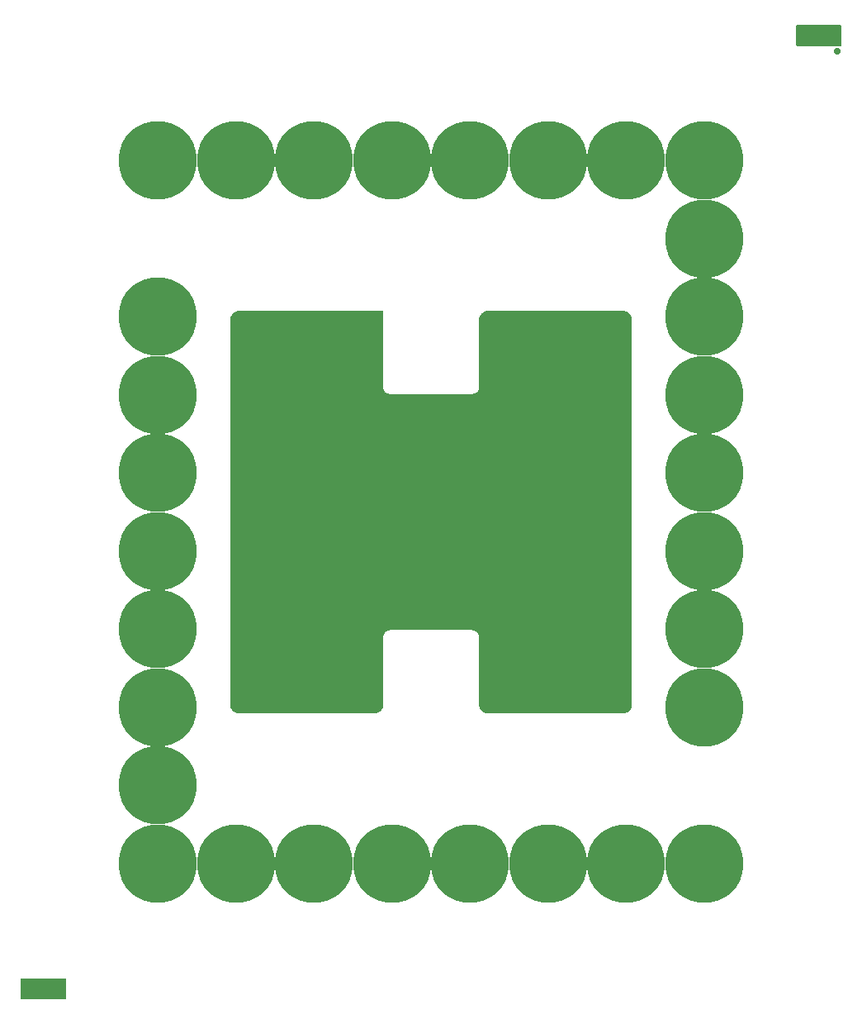
<source format=gbr>
%TF.GenerationSoftware,Altium Limited,Altium Designer,23.9.2 (47)*%
G04 Layer_Color=16711935*
%FSLAX25Y25*%
%MOIN*%
%TF.SameCoordinates,C1B3935E-4126-4279-B8D9-91AEC20F268D*%
%TF.FilePolarity,Negative*%
%TF.FileFunction,Soldermask,Bot*%
%TF.Part,Single*%
G01*
G75*
%TA.AperFunction,ComponentPad*%
%ADD67C,0.31496*%
%TA.AperFunction,ViaPad*%
%ADD68C,0.02756*%
%ADD69C,0.02769*%
G36*
X184697Y216336D02*
X184748Y216326D01*
X184797Y216309D01*
X184843Y216287D01*
X184886Y216258D01*
X184925Y216224D01*
X185318Y215830D01*
X185352Y215791D01*
X185381Y215749D01*
X185404Y215702D01*
X185421Y215653D01*
X185431Y215603D01*
X185434Y215551D01*
Y208071D01*
X185431Y208019D01*
X185421Y207969D01*
X185404Y207920D01*
X185381Y207874D01*
X185352Y207831D01*
X185318Y207792D01*
X185280Y207758D01*
X185237Y207729D01*
X185190Y207706D01*
X185142Y207690D01*
X185091Y207680D01*
X185039Y207676D01*
X183858D01*
X183807Y207680D01*
X183756Y207690D01*
X183707Y207706D01*
X183661Y207729D01*
X183616Y207706D01*
X183567Y207690D01*
X183516Y207680D01*
X183465Y207676D01*
X183071D01*
X183019Y207680D01*
X182969Y207690D01*
X182920Y207706D01*
X182874Y207729D01*
X182828Y207706D01*
X182779Y207690D01*
X182729Y207680D01*
X182677Y207676D01*
X181496D01*
X181445Y207680D01*
X181394Y207690D01*
X181345Y207706D01*
X181299Y207729D01*
X181253Y207706D01*
X181204Y207690D01*
X181154Y207680D01*
X181102Y207676D01*
X180709D01*
X180657Y207680D01*
X180607Y207690D01*
X180558Y207706D01*
X180512Y207729D01*
X180466Y207706D01*
X180417Y207690D01*
X180367Y207680D01*
X180315Y207676D01*
X179134D01*
X179082Y207680D01*
X179032Y207690D01*
X178983Y207706D01*
X178937Y207729D01*
X178891Y207706D01*
X178842Y207690D01*
X178792Y207680D01*
X178740Y207676D01*
X178347D01*
X178295Y207680D01*
X178244Y207690D01*
X178196Y207706D01*
X178150Y207729D01*
X178104Y207706D01*
X178055Y207690D01*
X178004Y207680D01*
X177953Y207676D01*
X176772D01*
X176720Y207680D01*
X176670Y207690D01*
X176621Y207706D01*
X176575Y207729D01*
X176529Y207706D01*
X176480Y207690D01*
X176429Y207680D01*
X176378Y207676D01*
X175984D01*
X175933Y207680D01*
X175882Y207690D01*
X175833Y207706D01*
X175787Y207729D01*
X175742Y207706D01*
X175693Y207690D01*
X175642Y207680D01*
X175591Y207676D01*
X174409D01*
X174358Y207680D01*
X174307Y207690D01*
X174258Y207706D01*
X174213Y207729D01*
X174167Y207706D01*
X174118Y207690D01*
X174067Y207680D01*
X174016Y207676D01*
X173622D01*
X173571Y207680D01*
X173520Y207690D01*
X173471Y207706D01*
X173425Y207729D01*
X173379Y207706D01*
X173330Y207690D01*
X173280Y207680D01*
X173228Y207676D01*
X172047D01*
X171996Y207680D01*
X171945Y207690D01*
X171896Y207706D01*
X171850Y207729D01*
X171804Y207706D01*
X171756Y207690D01*
X171705Y207680D01*
X171654Y207676D01*
X171260D01*
X171208Y207680D01*
X171158Y207690D01*
X171109Y207706D01*
X171063Y207729D01*
X171017Y207706D01*
X170968Y207690D01*
X170918Y207680D01*
X170866Y207676D01*
X169685D01*
X169633Y207680D01*
X169583Y207690D01*
X169534Y207706D01*
X169488Y207729D01*
X169442Y207706D01*
X169394Y207690D01*
X169343Y207680D01*
X169291Y207676D01*
X168898D01*
X168846Y207680D01*
X168796Y207690D01*
X168747Y207706D01*
X168701Y207729D01*
X168655Y207706D01*
X168606Y207690D01*
X168555Y207680D01*
X168504Y207676D01*
X167323D01*
X167271Y207680D01*
X167221Y207690D01*
X167172Y207706D01*
X167126Y207729D01*
X167083Y207758D01*
X167044Y207792D01*
X167010Y207831D01*
X166981Y207874D01*
X166958Y207920D01*
X166942Y207969D01*
X166932Y208019D01*
X166928Y208071D01*
Y215551D01*
X166932Y215603D01*
X166942Y215653D01*
X166958Y215702D01*
X166981Y215749D01*
X167010Y215791D01*
X167044Y215830D01*
X167438Y216224D01*
X167438Y216224D01*
X167476Y216258D01*
X167519Y216287D01*
X167566Y216309D01*
X167614Y216326D01*
X167665Y216336D01*
X167717Y216339D01*
X168110D01*
X168162Y216336D01*
X168212Y216326D01*
X168261Y216309D01*
X168307Y216287D01*
X168350Y216258D01*
X168389Y216224D01*
X168529Y216084D01*
X168533Y216096D01*
X168556Y216142D01*
X168585Y216185D01*
X168619Y216224D01*
X168658Y216258D01*
X168700Y216287D01*
X168747Y216309D01*
X168796Y216326D01*
X168846Y216336D01*
X168898Y216339D01*
X169291D01*
X169343Y216336D01*
X169394Y216326D01*
X169442Y216309D01*
X169489Y216287D01*
X169532Y216258D01*
X169570Y216224D01*
X169604Y216185D01*
X169633Y216142D01*
X169656Y216096D01*
X169660Y216084D01*
X169800Y216224D01*
X169839Y216258D01*
X169881Y216287D01*
X169928Y216309D01*
X169977Y216326D01*
X170027Y216336D01*
X170079Y216339D01*
X170473D01*
X170524Y216336D01*
X170575Y216326D01*
X170623Y216309D01*
X170670Y216287D01*
X170713Y216258D01*
X170751Y216224D01*
X170891Y216084D01*
X170895Y216096D01*
X170918Y216142D01*
X170947Y216185D01*
X170981Y216224D01*
X171020Y216258D01*
X171063Y216287D01*
X171109Y216309D01*
X171158Y216326D01*
X171208Y216336D01*
X171260Y216339D01*
X171654D01*
X171705Y216336D01*
X171756Y216326D01*
X171804Y216309D01*
X171851Y216287D01*
X171894Y216258D01*
X171932Y216224D01*
X171967Y216185D01*
X171995Y216142D01*
X172018Y216096D01*
X172022Y216084D01*
X172162Y216224D01*
X172201Y216258D01*
X172244Y216287D01*
X172290Y216309D01*
X172339Y216326D01*
X172389Y216336D01*
X172441Y216339D01*
X172835D01*
X172886Y216336D01*
X172937Y216326D01*
X172986Y216309D01*
X173032Y216287D01*
X173075Y216258D01*
X173114Y216224D01*
X173254Y216084D01*
X173258Y216096D01*
X173280Y216142D01*
X173309Y216185D01*
X173343Y216224D01*
X173382Y216258D01*
X173425Y216287D01*
X173471Y216309D01*
X173520Y216326D01*
X173571Y216336D01*
X173622Y216339D01*
X174016D01*
X174067Y216336D01*
X174118Y216326D01*
X174167Y216309D01*
X174213Y216287D01*
X174256Y216258D01*
X174295Y216224D01*
X174329Y216185D01*
X174357Y216142D01*
X174380Y216096D01*
X174384Y216084D01*
X174524Y216224D01*
X174563Y216258D01*
X174606Y216287D01*
X174652Y216309D01*
X174701Y216326D01*
X174752Y216336D01*
X174803Y216339D01*
X175197D01*
X175248Y216336D01*
X175299Y216326D01*
X175348Y216309D01*
X175394Y216287D01*
X175437Y216258D01*
X175476Y216224D01*
X175616Y216084D01*
X175620Y216096D01*
X175643Y216142D01*
X175671Y216185D01*
X175705Y216224D01*
X175744Y216258D01*
X175787Y216287D01*
X175833Y216309D01*
X175882Y216326D01*
X175933Y216336D01*
X175984Y216339D01*
X176378D01*
X176429Y216336D01*
X176480Y216326D01*
X176529Y216309D01*
X176575Y216287D01*
X176618Y216258D01*
X176657Y216224D01*
X176691Y216185D01*
X176720Y216142D01*
X176742Y216096D01*
X176746Y216084D01*
X176886Y216224D01*
X176925Y216258D01*
X176968Y216287D01*
X177014Y216309D01*
X177063Y216326D01*
X177114Y216336D01*
X177165Y216339D01*
X177559D01*
X177611Y216336D01*
X177661Y216326D01*
X177710Y216309D01*
X177756Y216287D01*
X177799Y216258D01*
X177838Y216224D01*
X177978Y216084D01*
X177982Y216096D01*
X178005Y216142D01*
X178033Y216185D01*
X178068Y216224D01*
X178106Y216258D01*
X178149Y216287D01*
X178196Y216309D01*
X178244Y216326D01*
X178295Y216336D01*
X178347Y216339D01*
X178740D01*
X178792Y216336D01*
X178842Y216326D01*
X178891Y216309D01*
X178937Y216287D01*
X178980Y216258D01*
X179019Y216224D01*
X179053Y216185D01*
X179082Y216142D01*
X179105Y216096D01*
X179109Y216084D01*
X179249Y216224D01*
X179287Y216258D01*
X179330Y216287D01*
X179377Y216309D01*
X179426Y216326D01*
X179476Y216336D01*
X179528Y216339D01*
X179921D01*
X179973Y216336D01*
X180023Y216326D01*
X180072Y216309D01*
X180119Y216287D01*
X180161Y216258D01*
X180200Y216224D01*
X180340Y216084D01*
X180344Y216096D01*
X180367Y216142D01*
X180396Y216185D01*
X180430Y216224D01*
X180468Y216258D01*
X180511Y216287D01*
X180558Y216309D01*
X180607Y216326D01*
X180657Y216336D01*
X180709Y216339D01*
X181102D01*
X181154Y216336D01*
X181204Y216326D01*
X181253Y216309D01*
X181300Y216287D01*
X181343Y216258D01*
X181381Y216224D01*
X181415Y216185D01*
X181444Y216142D01*
X181467Y216096D01*
X181471Y216084D01*
X181611Y216224D01*
X181650Y216258D01*
X181693Y216287D01*
X181739Y216309D01*
X181788Y216326D01*
X181838Y216336D01*
X181890Y216339D01*
X182283D01*
X182335Y216336D01*
X182386Y216326D01*
X182434Y216309D01*
X182481Y216287D01*
X182524Y216258D01*
X182562Y216224D01*
X182702Y216084D01*
X182706Y216096D01*
X182729Y216142D01*
X182758Y216185D01*
X182792Y216224D01*
X182831Y216258D01*
X182874Y216287D01*
X182920Y216309D01*
X182969Y216326D01*
X183019Y216336D01*
X183071Y216339D01*
X183465D01*
X183516Y216336D01*
X183567Y216326D01*
X183616Y216309D01*
X183662Y216287D01*
X183705Y216258D01*
X183744Y216224D01*
X183778Y216185D01*
X183806Y216142D01*
X183829Y216096D01*
X183833Y216084D01*
X183973Y216224D01*
X184012Y216258D01*
X184055Y216287D01*
X184101Y216309D01*
X184150Y216326D01*
X184201Y216336D01*
X184252Y216339D01*
X184646D01*
X184697Y216336D01*
D02*
G37*
G36*
X97548Y100785D02*
X97951Y100732D01*
X97971Y100728D01*
X98002Y100722D01*
X98394Y100617D01*
X98418Y100608D01*
X98443Y100600D01*
X98819Y100444D01*
X98865Y100422D01*
X99217Y100218D01*
X99246Y100199D01*
X99260Y100190D01*
X99582Y99942D01*
X99621Y99908D01*
X99908Y99621D01*
X99942Y99582D01*
X100190Y99260D01*
X100218Y99217D01*
X100422Y98865D01*
X100444Y98819D01*
X100600Y98443D01*
X100606Y98427D01*
X100617Y98394D01*
X100722Y98002D01*
X100728Y97968D01*
X100732Y97951D01*
X100785Y97548D01*
X100788Y97497D01*
Y97294D01*
Y-57924D01*
Y-58127D01*
D01*
Y-58127D01*
X100785Y-58178D01*
X100732Y-58581D01*
X100728Y-58601D01*
X100722Y-58632D01*
X100617Y-59024D01*
X100608Y-59048D01*
X100600Y-59073D01*
X100444Y-59449D01*
X100422Y-59495D01*
X100218Y-59847D01*
X100199Y-59876D01*
X100190Y-59890D01*
X99942Y-60212D01*
X99908Y-60251D01*
X99621Y-60538D01*
X99582Y-60572D01*
X99260Y-60820D01*
X99217Y-60848D01*
X98865Y-61052D01*
X98819Y-61074D01*
X98443Y-61230D01*
X98427Y-61235D01*
X98394Y-61247D01*
X98002Y-61352D01*
X97968Y-61358D01*
X97951Y-61362D01*
X97548Y-61415D01*
X97497Y-61418D01*
X42267D01*
D01*
X42267D01*
X42215Y-61415D01*
X41813Y-61362D01*
X41792Y-61358D01*
X41762Y-61352D01*
X41369Y-61247D01*
X41345Y-61238D01*
X41320Y-61230D01*
X40945Y-61074D01*
X40899Y-61052D01*
X40547Y-60848D01*
X40518Y-60829D01*
X40504Y-60820D01*
X40181Y-60572D01*
X40143Y-60538D01*
X39855Y-60251D01*
X39821Y-60212D01*
X39574Y-59890D01*
X39545Y-59847D01*
X39342Y-59495D01*
X39319Y-59449D01*
X39164Y-59073D01*
X39158Y-59057D01*
X39147Y-59024D01*
X39042Y-58632D01*
X39034Y-58590D01*
X39032Y-58581D01*
X38979Y-58178D01*
X38976Y-58130D01*
X38976Y-58127D01*
Y-57924D01*
Y-30666D01*
X38970Y-30488D01*
X38923Y-30132D01*
X38831Y-29790D01*
X38696Y-29463D01*
X38519Y-29157D01*
X38304Y-28876D01*
X38053Y-28626D01*
X37773Y-28410D01*
X37466Y-28233D01*
X37139Y-28098D01*
X36798Y-28006D01*
X36441Y-27959D01*
X36264Y-27954D01*
X3107D01*
X2929Y-27959D01*
X2572Y-28006D01*
X2231Y-28098D01*
X1904Y-28233D01*
X1597Y-28410D01*
X1317Y-28626D01*
X1067Y-28876D01*
X851Y-29156D01*
X674Y-29463D01*
X539Y-29790D01*
X447Y-30132D01*
X400Y-30488D01*
X395Y-30666D01*
Y-57924D01*
Y-58127D01*
X391Y-58178D01*
X338Y-58581D01*
X336Y-58591D01*
X328Y-58632D01*
X223Y-59024D01*
X215Y-59048D01*
X206Y-59073D01*
X51Y-59449D01*
X28Y-59495D01*
X-175Y-59847D01*
X-194Y-59876D01*
X-204Y-59890D01*
X-451Y-60212D01*
X-485Y-60251D01*
X-773Y-60538D01*
X-812Y-60572D01*
X-1134Y-60820D01*
X-1177Y-60848D01*
X-1529Y-61052D01*
X-1575Y-61074D01*
X-1950Y-61230D01*
X-1967Y-61235D01*
X-1999Y-61247D01*
X-2392Y-61352D01*
X-2426Y-61358D01*
X-2442Y-61362D01*
X-2845Y-61415D01*
X-2897Y-61418D01*
X-58127D01*
D01*
X-58127D01*
X-58178Y-61415D01*
X-58581Y-61362D01*
X-58601Y-61358D01*
X-58632Y-61352D01*
X-59024Y-61247D01*
X-59048Y-61238D01*
X-59073Y-61230D01*
X-59449Y-61074D01*
X-59495Y-61052D01*
X-59847Y-60848D01*
X-59876Y-60829D01*
X-59890Y-60820D01*
X-60212Y-60572D01*
X-60251Y-60538D01*
X-60538Y-60251D01*
X-60572Y-60212D01*
X-60820Y-59890D01*
X-60848Y-59847D01*
X-61052Y-59495D01*
X-61074Y-59449D01*
X-61230Y-59073D01*
X-61235Y-59057D01*
X-61247Y-59024D01*
X-61352Y-58632D01*
X-61358Y-58598D01*
X-61362Y-58581D01*
X-61415Y-58178D01*
X-61418Y-58127D01*
Y-57924D01*
Y97294D01*
Y97497D01*
D01*
Y97497D01*
X-61415Y97548D01*
X-61362Y97951D01*
X-61358Y97971D01*
X-61352Y98002D01*
X-61247Y98394D01*
X-61238Y98418D01*
X-61230Y98443D01*
X-61074Y98819D01*
X-61052Y98865D01*
X-60848Y99217D01*
X-60829Y99246D01*
X-60820Y99260D01*
X-60572Y99582D01*
X-60538Y99621D01*
X-60251Y99908D01*
X-60212Y99942D01*
X-59890Y100190D01*
X-59847Y100218D01*
X-59495Y100422D01*
X-59449Y100444D01*
X-59073Y100600D01*
X-59057Y100606D01*
X-59024Y100617D01*
X-58632Y100722D01*
X-58598Y100728D01*
X-58581Y100732D01*
X-58178Y100785D01*
X-58127Y100788D01*
X0D01*
X52Y100785D01*
X102Y100775D01*
X151Y100758D01*
X197Y100735D01*
X240Y100707D01*
X279Y100673D01*
X313Y100634D01*
X342Y100591D01*
X365Y100545D01*
X381Y100496D01*
X391Y100445D01*
X395Y100394D01*
Y70036D01*
X400Y69859D01*
X447Y69502D01*
X539Y69160D01*
X674Y68833D01*
X851Y68527D01*
X1067Y68246D01*
X1317Y67996D01*
X1597Y67780D01*
X1904Y67603D01*
X2231Y67468D01*
X2572Y67377D01*
X2929Y67330D01*
X3107Y67324D01*
X36264D01*
X36441Y67330D01*
X36798Y67377D01*
X37139Y67468D01*
X37466Y67603D01*
X37773Y67780D01*
X38053Y67996D01*
X38304Y68246D01*
X38519Y68527D01*
X38696Y68833D01*
X38831Y69160D01*
X38923Y69502D01*
X38970Y69859D01*
X38976Y70036D01*
Y97294D01*
Y97497D01*
X38979Y97548D01*
X39032Y97951D01*
X39034Y97961D01*
X39042Y98002D01*
X39147Y98394D01*
X39155Y98418D01*
X39164Y98443D01*
X39319Y98819D01*
X39342Y98865D01*
X39545Y99217D01*
X39564Y99246D01*
X39574Y99260D01*
X39821Y99582D01*
X39855Y99621D01*
X40143Y99908D01*
X40181Y99942D01*
X40504Y100190D01*
X40547Y100218D01*
X40899Y100422D01*
X40945Y100444D01*
X41320Y100600D01*
X41337Y100606D01*
X41369Y100617D01*
X41762Y100722D01*
X41796Y100728D01*
X41813Y100732D01*
X42215Y100785D01*
X42267Y100788D01*
X97497D01*
D01*
X97497D01*
X97548Y100785D01*
D02*
G37*
G36*
X-127901Y-168310D02*
X-127851Y-168320D01*
X-127802Y-168336D01*
X-127755Y-168359D01*
X-127713Y-168388D01*
X-127674Y-168422D01*
X-127640Y-168461D01*
X-127611Y-168503D01*
X-127588Y-168550D01*
X-127572Y-168599D01*
X-127562Y-168649D01*
X-127558Y-168701D01*
Y-176181D01*
X-127562Y-176233D01*
X-127572Y-176283D01*
X-127588Y-176332D01*
X-127611Y-176378D01*
X-127640Y-176421D01*
X-127674Y-176460D01*
X-128067Y-176854D01*
X-128068Y-176854D01*
X-128106Y-176888D01*
X-128149Y-176917D01*
X-128196Y-176939D01*
X-128244Y-176956D01*
X-128295Y-176966D01*
X-128347Y-176969D01*
X-128740D01*
X-128792Y-176966D01*
X-128842Y-176956D01*
X-128891Y-176939D01*
X-128937Y-176917D01*
X-128980Y-176888D01*
X-129019Y-176854D01*
X-129159Y-176714D01*
X-129163Y-176726D01*
X-129186Y-176772D01*
X-129215Y-176815D01*
X-129249Y-176854D01*
X-129287Y-176888D01*
X-129330Y-176917D01*
X-129377Y-176939D01*
X-129426Y-176956D01*
X-129476Y-176966D01*
X-129528Y-176969D01*
X-129921D01*
X-129973Y-176966D01*
X-130023Y-176956D01*
X-130072Y-176939D01*
X-130119Y-176917D01*
X-130161Y-176888D01*
X-130200Y-176854D01*
X-130234Y-176815D01*
X-130263Y-176772D01*
X-130286Y-176726D01*
X-130290Y-176714D01*
X-130430Y-176854D01*
X-130468Y-176888D01*
X-130511Y-176917D01*
X-130558Y-176939D01*
X-130607Y-176956D01*
X-130657Y-176966D01*
X-130709Y-176969D01*
X-131102D01*
X-131154Y-176966D01*
X-131204Y-176956D01*
X-131253Y-176939D01*
X-131300Y-176917D01*
X-131343Y-176888D01*
X-131381Y-176854D01*
X-131521Y-176714D01*
X-131525Y-176726D01*
X-131548Y-176772D01*
X-131577Y-176815D01*
X-131611Y-176854D01*
X-131650Y-176888D01*
X-131693Y-176917D01*
X-131739Y-176939D01*
X-131788Y-176956D01*
X-131838Y-176966D01*
X-131890Y-176969D01*
X-132283D01*
X-132335Y-176966D01*
X-132386Y-176956D01*
X-132434Y-176939D01*
X-132481Y-176917D01*
X-132524Y-176888D01*
X-132562Y-176854D01*
X-132597Y-176815D01*
X-132625Y-176772D01*
X-132648Y-176726D01*
X-132652Y-176714D01*
X-132792Y-176854D01*
X-132831Y-176888D01*
X-132874Y-176917D01*
X-132920Y-176939D01*
X-132969Y-176956D01*
X-133019Y-176966D01*
X-133071Y-176969D01*
X-133465D01*
X-133516Y-176966D01*
X-133567Y-176956D01*
X-133616Y-176939D01*
X-133662Y-176917D01*
X-133705Y-176888D01*
X-133744Y-176854D01*
X-133883Y-176714D01*
X-133888Y-176726D01*
X-133910Y-176772D01*
X-133939Y-176815D01*
X-133973Y-176854D01*
X-134012Y-176888D01*
X-134055Y-176917D01*
X-134101Y-176939D01*
X-134150Y-176956D01*
X-134201Y-176966D01*
X-134252Y-176969D01*
X-134646D01*
X-134697Y-176966D01*
X-134748Y-176956D01*
X-134797Y-176939D01*
X-134843Y-176917D01*
X-134886Y-176888D01*
X-134925Y-176854D01*
X-134959Y-176815D01*
X-134987Y-176772D01*
X-135010Y-176726D01*
X-135014Y-176714D01*
X-135154Y-176854D01*
X-135193Y-176888D01*
X-135236Y-176917D01*
X-135282Y-176939D01*
X-135331Y-176956D01*
X-135382Y-176966D01*
X-135433Y-176969D01*
X-135827D01*
X-135878Y-176966D01*
X-135929Y-176956D01*
X-135978Y-176939D01*
X-136024Y-176917D01*
X-136067Y-176888D01*
X-136106Y-176854D01*
X-136246Y-176714D01*
X-136250Y-176726D01*
X-136273Y-176772D01*
X-136301Y-176815D01*
X-136335Y-176854D01*
X-136374Y-176888D01*
X-136417Y-176917D01*
X-136463Y-176939D01*
X-136512Y-176956D01*
X-136563Y-176966D01*
X-136614Y-176969D01*
X-137008D01*
X-137059Y-176966D01*
X-137110Y-176956D01*
X-137159Y-176939D01*
X-137205Y-176917D01*
X-137248Y-176888D01*
X-137287Y-176854D01*
X-137321Y-176815D01*
X-137350Y-176772D01*
X-137372Y-176726D01*
X-137376Y-176714D01*
X-137516Y-176854D01*
X-137555Y-176888D01*
X-137598Y-176917D01*
X-137644Y-176939D01*
X-137693Y-176956D01*
X-137744Y-176966D01*
X-137795Y-176969D01*
X-138189D01*
X-138241Y-176966D01*
X-138291Y-176956D01*
X-138340Y-176939D01*
X-138386Y-176917D01*
X-138429Y-176888D01*
X-138468Y-176854D01*
X-138608Y-176714D01*
X-138612Y-176726D01*
X-138635Y-176772D01*
X-138663Y-176815D01*
X-138697Y-176854D01*
X-138736Y-176888D01*
X-138779Y-176917D01*
X-138825Y-176939D01*
X-138874Y-176956D01*
X-138925Y-176966D01*
X-138976Y-176969D01*
X-139370D01*
X-139422Y-176966D01*
X-139472Y-176956D01*
X-139521Y-176939D01*
X-139567Y-176917D01*
X-139610Y-176888D01*
X-139649Y-176854D01*
X-139683Y-176815D01*
X-139712Y-176772D01*
X-139735Y-176726D01*
X-139739Y-176714D01*
X-139878Y-176854D01*
X-139917Y-176888D01*
X-139960Y-176917D01*
X-140006Y-176939D01*
X-140055Y-176956D01*
X-140106Y-176966D01*
X-140157Y-176969D01*
X-140551D01*
X-140603Y-176966D01*
X-140653Y-176956D01*
X-140702Y-176939D01*
X-140749Y-176917D01*
X-140791Y-176888D01*
X-140830Y-176854D01*
X-140970Y-176714D01*
X-140974Y-176726D01*
X-140997Y-176772D01*
X-141026Y-176815D01*
X-141060Y-176854D01*
X-141098Y-176888D01*
X-141141Y-176917D01*
X-141188Y-176939D01*
X-141236Y-176956D01*
X-141287Y-176966D01*
X-141339Y-176969D01*
X-141732D01*
X-141784Y-176966D01*
X-141834Y-176956D01*
X-141883Y-176939D01*
X-141930Y-176917D01*
X-141972Y-176888D01*
X-142011Y-176854D01*
X-142045Y-176815D01*
X-142074Y-176772D01*
X-142097Y-176726D01*
X-142101Y-176714D01*
X-142241Y-176854D01*
X-142280Y-176888D01*
X-142322Y-176917D01*
X-142369Y-176939D01*
X-142418Y-176956D01*
X-142468Y-176966D01*
X-142520Y-176969D01*
X-142913D01*
X-142965Y-176966D01*
X-143016Y-176956D01*
X-143064Y-176939D01*
X-143111Y-176917D01*
X-143154Y-176888D01*
X-143192Y-176854D01*
X-143332Y-176714D01*
X-143336Y-176726D01*
X-143359Y-176772D01*
X-143388Y-176815D01*
X-143422Y-176854D01*
X-143461Y-176888D01*
X-143503Y-176917D01*
X-143550Y-176939D01*
X-143599Y-176956D01*
X-143649Y-176966D01*
X-143701Y-176969D01*
X-144095D01*
X-144146Y-176966D01*
X-144197Y-176956D01*
X-144246Y-176939D01*
X-144292Y-176917D01*
X-144335Y-176888D01*
X-144374Y-176854D01*
X-144407Y-176815D01*
X-144436Y-176772D01*
X-144459Y-176726D01*
X-144463Y-176714D01*
X-144603Y-176854D01*
X-144642Y-176888D01*
X-144685Y-176917D01*
X-144731Y-176939D01*
X-144780Y-176956D01*
X-144830Y-176966D01*
X-144882Y-176969D01*
X-145276D01*
X-145327Y-176966D01*
X-145378Y-176956D01*
X-145427Y-176939D01*
X-145473Y-176917D01*
X-145516Y-176888D01*
X-145555Y-176854D01*
X-145948Y-176460D01*
X-145982Y-176421D01*
X-146011Y-176378D01*
X-146034Y-176332D01*
X-146050Y-176283D01*
X-146061Y-176233D01*
X-146064Y-176181D01*
Y-168701D01*
X-146061Y-168649D01*
X-146050Y-168599D01*
X-146034Y-168550D01*
X-146011Y-168503D01*
X-145982Y-168461D01*
X-145948Y-168422D01*
X-145910Y-168388D01*
X-145867Y-168359D01*
X-145820Y-168336D01*
X-145771Y-168320D01*
X-145721Y-168310D01*
X-145669Y-168306D01*
X-144488D01*
X-144437Y-168310D01*
X-144386Y-168320D01*
X-144337Y-168336D01*
X-144291Y-168359D01*
X-144246Y-168336D01*
X-144197Y-168320D01*
X-144146Y-168310D01*
X-144095Y-168306D01*
X-143701D01*
X-143649Y-168310D01*
X-143599Y-168320D01*
X-143550Y-168336D01*
X-143504Y-168359D01*
X-143458Y-168336D01*
X-143409Y-168320D01*
X-143359Y-168310D01*
X-143307Y-168306D01*
X-142126D01*
X-142075Y-168310D01*
X-142024Y-168320D01*
X-141975Y-168336D01*
X-141929Y-168359D01*
X-141883Y-168336D01*
X-141834Y-168320D01*
X-141784Y-168310D01*
X-141732Y-168306D01*
X-141339D01*
X-141287Y-168310D01*
X-141236Y-168320D01*
X-141188Y-168336D01*
X-141142Y-168359D01*
X-141096Y-168336D01*
X-141047Y-168320D01*
X-140996Y-168310D01*
X-140945Y-168306D01*
X-139764D01*
X-139712Y-168310D01*
X-139662Y-168320D01*
X-139613Y-168336D01*
X-139567Y-168359D01*
X-139521Y-168336D01*
X-139472Y-168320D01*
X-139422Y-168310D01*
X-139370Y-168306D01*
X-138976D01*
X-138925Y-168310D01*
X-138874Y-168320D01*
X-138825Y-168336D01*
X-138779Y-168359D01*
X-138734Y-168336D01*
X-138685Y-168320D01*
X-138634Y-168310D01*
X-138583Y-168306D01*
X-137402D01*
X-137350Y-168310D01*
X-137300Y-168320D01*
X-137251Y-168336D01*
X-137205Y-168359D01*
X-137159Y-168336D01*
X-137110Y-168320D01*
X-137059Y-168310D01*
X-137008Y-168306D01*
X-136614D01*
X-136563Y-168310D01*
X-136512Y-168320D01*
X-136463Y-168336D01*
X-136417Y-168359D01*
X-136372Y-168336D01*
X-136323Y-168320D01*
X-136272Y-168310D01*
X-136221Y-168306D01*
X-135039D01*
X-134988Y-168310D01*
X-134937Y-168320D01*
X-134888Y-168336D01*
X-134843Y-168359D01*
X-134797Y-168336D01*
X-134748Y-168320D01*
X-134697Y-168310D01*
X-134646Y-168306D01*
X-134252D01*
X-134201Y-168310D01*
X-134150Y-168320D01*
X-134101Y-168336D01*
X-134055Y-168359D01*
X-134009Y-168336D01*
X-133960Y-168320D01*
X-133910Y-168310D01*
X-133858Y-168306D01*
X-132677D01*
X-132626Y-168310D01*
X-132575Y-168320D01*
X-132526Y-168336D01*
X-132480Y-168359D01*
X-132434Y-168336D01*
X-132386Y-168320D01*
X-132335Y-168310D01*
X-132283Y-168306D01*
X-131890D01*
X-131838Y-168310D01*
X-131788Y-168320D01*
X-131739Y-168336D01*
X-131693Y-168359D01*
X-131647Y-168336D01*
X-131598Y-168320D01*
X-131548Y-168310D01*
X-131496Y-168306D01*
X-130315D01*
X-130263Y-168310D01*
X-130213Y-168320D01*
X-130164Y-168336D01*
X-130118Y-168359D01*
X-130072Y-168336D01*
X-130023Y-168320D01*
X-129973Y-168310D01*
X-129921Y-168306D01*
X-129528D01*
X-129476Y-168310D01*
X-129426Y-168320D01*
X-129377Y-168336D01*
X-129331Y-168359D01*
X-129285Y-168336D01*
X-129236Y-168320D01*
X-129185Y-168310D01*
X-129134Y-168306D01*
X-127953D01*
X-127901Y-168310D01*
D02*
G37*
D67*
X-90551Y98425D02*
D03*
X129921Y-59055D02*
D03*
Y-122047D02*
D03*
X35433D02*
D03*
X3937D02*
D03*
X-59055D02*
D03*
X-27559D02*
D03*
X98425D02*
D03*
X66929D02*
D03*
X129921Y161417D02*
D03*
X35433D02*
D03*
X3937D02*
D03*
X-59055D02*
D03*
X-27559D02*
D03*
X98425D02*
D03*
X66929D02*
D03*
X-90551D02*
D03*
X129921Y129921D02*
D03*
Y35433D02*
D03*
Y3937D02*
D03*
Y-27559D02*
D03*
Y98425D02*
D03*
Y66929D02*
D03*
X-90551Y-122047D02*
D03*
Y-90551D02*
D03*
Y-59055D02*
D03*
Y-27559D02*
D03*
Y3937D02*
D03*
Y35433D02*
D03*
Y66929D02*
D03*
D68*
X183762Y205395D02*
D03*
D69*
X-52756Y-52756D02*
D03*
Y-49606D02*
D03*
X-50394Y-51181D02*
D03*
X-52756Y-46457D02*
D03*
X-50394Y-48031D02*
D03*
Y-44882D02*
D03*
X-52756Y-43307D02*
D03*
Y-40157D02*
D03*
X-50394Y-41732D02*
D03*
X-52756Y-37008D02*
D03*
X-50394Y-38583D02*
D03*
Y-35433D02*
D03*
X-52756Y-33858D02*
D03*
Y-30709D02*
D03*
X-50394Y-32283D02*
D03*
X-52756Y-27559D02*
D03*
X-50394Y-29134D02*
D03*
Y-25984D02*
D03*
X-52756Y-24409D02*
D03*
Y-21260D02*
D03*
X-50394Y-22835D02*
D03*
X-52756Y-18110D02*
D03*
X-50394Y-19685D02*
D03*
Y-16535D02*
D03*
X-52756Y-14961D02*
D03*
Y-11811D02*
D03*
X-50394Y-13386D02*
D03*
X-52756Y-8661D02*
D03*
X-50394Y-10236D02*
D03*
Y-7087D02*
D03*
X-52756Y-5512D02*
D03*
Y-2362D02*
D03*
X-50394Y-3937D02*
D03*
X-52756Y787D02*
D03*
X-50394Y-787D02*
D03*
Y2362D02*
D03*
X-52756Y3937D02*
D03*
Y7087D02*
D03*
X-50394Y5512D02*
D03*
X-52756Y10236D02*
D03*
X-50394Y8661D02*
D03*
Y11811D02*
D03*
X-52756Y13386D02*
D03*
Y16535D02*
D03*
X-50394Y14961D02*
D03*
X-52756Y19685D02*
D03*
X-50394Y18110D02*
D03*
Y21260D02*
D03*
X-52756Y22835D02*
D03*
Y25984D02*
D03*
X-50394Y24409D02*
D03*
X-52756Y29134D02*
D03*
X-50394Y27559D02*
D03*
Y30709D02*
D03*
X-52756Y32283D02*
D03*
Y35433D02*
D03*
X-50394Y33858D02*
D03*
X-52756Y38583D02*
D03*
X-50394Y37008D02*
D03*
Y40157D02*
D03*
X-52756Y41732D02*
D03*
Y44882D02*
D03*
X-50394Y43307D02*
D03*
X-52756Y48031D02*
D03*
X-50394Y46457D02*
D03*
Y49606D02*
D03*
X-52756Y51181D02*
D03*
Y54331D02*
D03*
X-50394Y52756D02*
D03*
X-52756Y57480D02*
D03*
X-50394Y55905D02*
D03*
Y59055D02*
D03*
X-52756Y60630D02*
D03*
Y63779D02*
D03*
X-50394Y62205D02*
D03*
X-52756Y66929D02*
D03*
X-50394Y65354D02*
D03*
Y68504D02*
D03*
X-52756Y70079D02*
D03*
Y73228D02*
D03*
X-50394Y71653D02*
D03*
X-52756Y76378D02*
D03*
X-50394Y74803D02*
D03*
Y77953D02*
D03*
X-52756Y79527D02*
D03*
Y82677D02*
D03*
X-50394Y81102D02*
D03*
X-52756Y85827D02*
D03*
X-50394Y84252D02*
D03*
Y87402D02*
D03*
X-52756Y88976D02*
D03*
Y92126D02*
D03*
X-50394Y90551D02*
D03*
X-48031Y-52756D02*
D03*
Y-49606D02*
D03*
X-45669Y-51181D02*
D03*
X-48031Y-46457D02*
D03*
X-45669Y-48031D02*
D03*
Y-44882D02*
D03*
X-48031Y-43307D02*
D03*
Y-40157D02*
D03*
X-45669Y-41732D02*
D03*
X-48031Y-37008D02*
D03*
X-45669Y-38583D02*
D03*
Y-35433D02*
D03*
X-48031Y-33858D02*
D03*
Y-30709D02*
D03*
X-45669Y-32283D02*
D03*
X-48031Y-27559D02*
D03*
X-45669Y-29134D02*
D03*
Y-25984D02*
D03*
X-48031Y-24409D02*
D03*
Y-21260D02*
D03*
X-45669Y-22835D02*
D03*
X-48031Y-18110D02*
D03*
X-45669Y-19685D02*
D03*
Y-16535D02*
D03*
X-48031Y-14961D02*
D03*
Y-11811D02*
D03*
X-45669Y-13386D02*
D03*
X-48031Y-8661D02*
D03*
X-45669Y-10236D02*
D03*
Y-7087D02*
D03*
X-48031Y-5512D02*
D03*
Y-2362D02*
D03*
X-45669Y-3937D02*
D03*
X-48031Y787D02*
D03*
X-45669Y-787D02*
D03*
Y2362D02*
D03*
X-48031Y3937D02*
D03*
Y7087D02*
D03*
X-45669Y5512D02*
D03*
X-48031Y10236D02*
D03*
X-45669Y8661D02*
D03*
Y11811D02*
D03*
X-48031Y13386D02*
D03*
Y16535D02*
D03*
X-45669Y14961D02*
D03*
X-48031Y19685D02*
D03*
X-45669Y18110D02*
D03*
Y21260D02*
D03*
X-48031Y22835D02*
D03*
Y25984D02*
D03*
X-45669Y24409D02*
D03*
X-48031Y29134D02*
D03*
X-45669Y27559D02*
D03*
Y30709D02*
D03*
X-48031Y32283D02*
D03*
Y35433D02*
D03*
X-45669Y33858D02*
D03*
X-48031Y38583D02*
D03*
X-45669Y37008D02*
D03*
Y40157D02*
D03*
X-48031Y41732D02*
D03*
Y44882D02*
D03*
X-45669Y43307D02*
D03*
X-48031Y48031D02*
D03*
X-45669Y46457D02*
D03*
Y49606D02*
D03*
X-48031Y51181D02*
D03*
Y54331D02*
D03*
X-45669Y52756D02*
D03*
X-48031Y57480D02*
D03*
X-45669Y55905D02*
D03*
Y59055D02*
D03*
X-48031Y60630D02*
D03*
Y63779D02*
D03*
X-45669Y62205D02*
D03*
X-48031Y66929D02*
D03*
X-45669Y65354D02*
D03*
Y68504D02*
D03*
X-48031Y70079D02*
D03*
Y73228D02*
D03*
X-45669Y71653D02*
D03*
X-48031Y76378D02*
D03*
X-45669Y74803D02*
D03*
Y77953D02*
D03*
X-48031Y79527D02*
D03*
Y82677D02*
D03*
X-45669Y81102D02*
D03*
X-48031Y85827D02*
D03*
X-45669Y84252D02*
D03*
Y87402D02*
D03*
X-48031Y88976D02*
D03*
Y92126D02*
D03*
X-45669Y90551D02*
D03*
X-43307Y-52756D02*
D03*
Y-49606D02*
D03*
X-40945Y-51181D02*
D03*
X-43307Y-46457D02*
D03*
X-40945Y-48031D02*
D03*
Y-44882D02*
D03*
X-43307Y-43307D02*
D03*
Y-40157D02*
D03*
X-40945Y-41732D02*
D03*
X-43307Y-37008D02*
D03*
X-40945Y-38583D02*
D03*
Y-35433D02*
D03*
X-43307Y-33858D02*
D03*
Y-30709D02*
D03*
X-40945Y-32283D02*
D03*
X-43307Y-27559D02*
D03*
X-40945Y-29134D02*
D03*
Y-25984D02*
D03*
X-43307Y-24409D02*
D03*
Y-21260D02*
D03*
X-40945Y-22835D02*
D03*
X-43307Y-18110D02*
D03*
X-40945Y-19685D02*
D03*
Y-16535D02*
D03*
X-43307Y-14961D02*
D03*
Y-11811D02*
D03*
X-40945Y-13386D02*
D03*
X-43307Y-8661D02*
D03*
X-40945Y-10236D02*
D03*
Y-7087D02*
D03*
X-43307Y-5512D02*
D03*
Y-2362D02*
D03*
X-40945Y-3937D02*
D03*
X-43307Y787D02*
D03*
X-40945Y-787D02*
D03*
Y2362D02*
D03*
X-43307Y3937D02*
D03*
Y7087D02*
D03*
X-40945Y5512D02*
D03*
X-43307Y10236D02*
D03*
X-40945Y8661D02*
D03*
Y11811D02*
D03*
X-43307Y13386D02*
D03*
Y16535D02*
D03*
X-40945Y14961D02*
D03*
X-43307Y19685D02*
D03*
X-40945Y18110D02*
D03*
Y21260D02*
D03*
X-43307Y22835D02*
D03*
Y25984D02*
D03*
X-40945Y24409D02*
D03*
X-43307Y29134D02*
D03*
X-40945Y27559D02*
D03*
Y30709D02*
D03*
X-43307Y32283D02*
D03*
Y35433D02*
D03*
X-40945Y33858D02*
D03*
X-43307Y38583D02*
D03*
X-40945Y37008D02*
D03*
Y40157D02*
D03*
X-43307Y41732D02*
D03*
Y44882D02*
D03*
X-40945Y43307D02*
D03*
X-43307Y48031D02*
D03*
X-40945Y46457D02*
D03*
Y49606D02*
D03*
X-43307Y51181D02*
D03*
Y54331D02*
D03*
X-40945Y52756D02*
D03*
X-43307Y57480D02*
D03*
X-40945Y55905D02*
D03*
Y59055D02*
D03*
X-43307Y60630D02*
D03*
Y63779D02*
D03*
X-40945Y62205D02*
D03*
X-43307Y66929D02*
D03*
X-40945Y65354D02*
D03*
Y68504D02*
D03*
X-43307Y70079D02*
D03*
Y73228D02*
D03*
X-40945Y71653D02*
D03*
X-43307Y76378D02*
D03*
X-40945Y74803D02*
D03*
Y77953D02*
D03*
X-43307Y79527D02*
D03*
Y82677D02*
D03*
X-40945Y81102D02*
D03*
X-43307Y85827D02*
D03*
X-40945Y84252D02*
D03*
Y87402D02*
D03*
X-43307Y88976D02*
D03*
Y92126D02*
D03*
X-40945Y90551D02*
D03*
X92174Y92148D02*
D03*
Y88998D02*
D03*
X89812Y90573D02*
D03*
X92174Y85849D02*
D03*
X89812Y87423D02*
D03*
Y84274D02*
D03*
X92174Y82699D02*
D03*
Y79549D02*
D03*
X89812Y81124D02*
D03*
X92174Y76400D02*
D03*
X89812Y77974D02*
D03*
Y74825D02*
D03*
X92174Y73250D02*
D03*
Y70100D02*
D03*
X89812Y71675D02*
D03*
X92174Y66951D02*
D03*
X89812Y68526D02*
D03*
Y65376D02*
D03*
X92174Y63801D02*
D03*
Y60652D02*
D03*
X89812Y62226D02*
D03*
X92174Y57502D02*
D03*
X89812Y59077D02*
D03*
Y55927D02*
D03*
X92174Y54352D02*
D03*
Y51203D02*
D03*
X89812Y52778D02*
D03*
X92174Y48053D02*
D03*
X89812Y49628D02*
D03*
Y46479D02*
D03*
X92174Y44904D02*
D03*
Y41754D02*
D03*
X89812Y43329D02*
D03*
X92174Y38605D02*
D03*
X89812Y40179D02*
D03*
Y37030D02*
D03*
X92174Y35455D02*
D03*
Y32305D02*
D03*
X89812Y33880D02*
D03*
X92174Y29156D02*
D03*
X89812Y30731D02*
D03*
Y27581D02*
D03*
X92174Y26006D02*
D03*
Y22857D02*
D03*
X89812Y24431D02*
D03*
X92174Y19707D02*
D03*
X89812Y21282D02*
D03*
Y18132D02*
D03*
X92174Y16557D02*
D03*
Y13408D02*
D03*
X89812Y14982D02*
D03*
X92174Y10258D02*
D03*
X89812Y11833D02*
D03*
Y8683D02*
D03*
X92174Y7108D02*
D03*
Y3959D02*
D03*
X89812Y5534D02*
D03*
X92174Y809D02*
D03*
X89812Y2384D02*
D03*
Y-766D02*
D03*
X92174Y-2340D02*
D03*
Y-5490D02*
D03*
X89812Y-3915D02*
D03*
X92174Y-8640D02*
D03*
X89812Y-7065D02*
D03*
Y-10214D02*
D03*
X92174Y-11789D02*
D03*
Y-14939D02*
D03*
X89812Y-13364D02*
D03*
X92174Y-18088D02*
D03*
X89812Y-16514D02*
D03*
Y-19663D02*
D03*
X92174Y-21238D02*
D03*
Y-24388D02*
D03*
X89812Y-22813D02*
D03*
X92174Y-27537D02*
D03*
X89812Y-25962D02*
D03*
Y-29112D02*
D03*
X92174Y-30687D02*
D03*
Y-33836D02*
D03*
X89812Y-32262D02*
D03*
X92174Y-36986D02*
D03*
X89812Y-35411D02*
D03*
Y-38561D02*
D03*
X92174Y-40136D02*
D03*
Y-43285D02*
D03*
X89812Y-41710D02*
D03*
X92174Y-46435D02*
D03*
X89812Y-44860D02*
D03*
Y-48010D02*
D03*
X92174Y-49584D02*
D03*
Y-52734D02*
D03*
X89812Y-51159D02*
D03*
X87450Y92148D02*
D03*
Y88998D02*
D03*
X85087Y90573D02*
D03*
X87450Y85849D02*
D03*
X85087Y87423D02*
D03*
Y84274D02*
D03*
X87450Y82699D02*
D03*
Y79549D02*
D03*
X85087Y81124D02*
D03*
X87450Y76400D02*
D03*
X85087Y77974D02*
D03*
Y74825D02*
D03*
X87450Y73250D02*
D03*
Y70100D02*
D03*
X85087Y71675D02*
D03*
X87450Y66951D02*
D03*
X85087Y68526D02*
D03*
Y65376D02*
D03*
X87450Y63801D02*
D03*
Y60652D02*
D03*
X85087Y62226D02*
D03*
X87450Y57502D02*
D03*
X85087Y59077D02*
D03*
Y55927D02*
D03*
X87450Y54352D02*
D03*
Y51203D02*
D03*
X85087Y52778D02*
D03*
X87450Y48053D02*
D03*
X85087Y49628D02*
D03*
Y46479D02*
D03*
X87450Y44904D02*
D03*
Y41754D02*
D03*
X85087Y43329D02*
D03*
X87450Y38605D02*
D03*
X85087Y40179D02*
D03*
Y37030D02*
D03*
X87450Y35455D02*
D03*
Y32305D02*
D03*
X85087Y33880D02*
D03*
X87450Y29156D02*
D03*
X85087Y30731D02*
D03*
Y27581D02*
D03*
X87450Y26006D02*
D03*
Y22857D02*
D03*
X85087Y24431D02*
D03*
X87450Y19707D02*
D03*
X85087Y21282D02*
D03*
Y18132D02*
D03*
X87450Y16557D02*
D03*
Y13408D02*
D03*
X85087Y14982D02*
D03*
X87450Y10258D02*
D03*
X85087Y11833D02*
D03*
Y8683D02*
D03*
X87450Y7108D02*
D03*
Y3959D02*
D03*
X85087Y5534D02*
D03*
X87450Y809D02*
D03*
X85087Y2384D02*
D03*
Y-766D02*
D03*
X87450Y-2340D02*
D03*
Y-5490D02*
D03*
X85087Y-3915D02*
D03*
X87450Y-8640D02*
D03*
X85087Y-7065D02*
D03*
Y-10214D02*
D03*
X87450Y-11789D02*
D03*
Y-14939D02*
D03*
X85087Y-13364D02*
D03*
X87450Y-18088D02*
D03*
X85087Y-16514D02*
D03*
Y-19663D02*
D03*
X87450Y-21238D02*
D03*
Y-24388D02*
D03*
X85087Y-22813D02*
D03*
X87450Y-27537D02*
D03*
X85087Y-25962D02*
D03*
Y-29112D02*
D03*
X87450Y-30687D02*
D03*
Y-33836D02*
D03*
X85087Y-32262D02*
D03*
X87450Y-36986D02*
D03*
X85087Y-35411D02*
D03*
Y-38561D02*
D03*
X87450Y-40136D02*
D03*
Y-43285D02*
D03*
X85087Y-41710D02*
D03*
X87450Y-46435D02*
D03*
X85087Y-44860D02*
D03*
Y-48010D02*
D03*
X87450Y-49584D02*
D03*
Y-52734D02*
D03*
X85087Y-51159D02*
D03*
X82725Y92148D02*
D03*
Y88998D02*
D03*
X80363Y90573D02*
D03*
X82725Y85849D02*
D03*
X80363Y87423D02*
D03*
Y84274D02*
D03*
X82725Y82699D02*
D03*
Y79549D02*
D03*
X80363Y81124D02*
D03*
X82725Y76400D02*
D03*
X80363Y77974D02*
D03*
Y74825D02*
D03*
X82725Y73250D02*
D03*
Y70100D02*
D03*
X80363Y71675D02*
D03*
X82725Y66951D02*
D03*
X80363Y68526D02*
D03*
Y65376D02*
D03*
X82725Y63801D02*
D03*
Y60652D02*
D03*
X80363Y62226D02*
D03*
X82725Y57502D02*
D03*
X80363Y59077D02*
D03*
Y55927D02*
D03*
X82725Y54352D02*
D03*
Y51203D02*
D03*
X80363Y52778D02*
D03*
X82725Y48053D02*
D03*
X80363Y49628D02*
D03*
Y46479D02*
D03*
X82725Y44904D02*
D03*
Y41754D02*
D03*
X80363Y43329D02*
D03*
X82725Y38605D02*
D03*
X80363Y40179D02*
D03*
Y37030D02*
D03*
X82725Y35455D02*
D03*
Y32305D02*
D03*
X80363Y33880D02*
D03*
X82725Y29156D02*
D03*
X80363Y30731D02*
D03*
Y27581D02*
D03*
X82725Y26006D02*
D03*
Y22857D02*
D03*
X80363Y24431D02*
D03*
X82725Y19707D02*
D03*
X80363Y21282D02*
D03*
Y18132D02*
D03*
X82725Y16557D02*
D03*
Y13408D02*
D03*
X80363Y14982D02*
D03*
X82725Y10258D02*
D03*
X80363Y11833D02*
D03*
Y8683D02*
D03*
X82725Y7108D02*
D03*
Y3959D02*
D03*
X80363Y5534D02*
D03*
X82725Y809D02*
D03*
X80363Y2384D02*
D03*
Y-766D02*
D03*
X82725Y-2340D02*
D03*
Y-5490D02*
D03*
X80363Y-3915D02*
D03*
X82725Y-8640D02*
D03*
X80363Y-7065D02*
D03*
Y-10214D02*
D03*
X82725Y-11789D02*
D03*
Y-14939D02*
D03*
X80363Y-13364D02*
D03*
X82725Y-18088D02*
D03*
X80363Y-16514D02*
D03*
Y-19663D02*
D03*
X82725Y-21238D02*
D03*
Y-24388D02*
D03*
X80363Y-22813D02*
D03*
X82725Y-27537D02*
D03*
X80363Y-25962D02*
D03*
Y-29112D02*
D03*
X82725Y-30687D02*
D03*
Y-33836D02*
D03*
X80363Y-32262D02*
D03*
X82725Y-36986D02*
D03*
X80363Y-35411D02*
D03*
Y-38561D02*
D03*
X82725Y-40136D02*
D03*
Y-43285D02*
D03*
X80363Y-41710D02*
D03*
X82725Y-46435D02*
D03*
X80363Y-44860D02*
D03*
Y-48010D02*
D03*
X82725Y-49584D02*
D03*
Y-52734D02*
D03*
X80363Y-51159D02*
D03*
X-37008Y-40945D02*
D03*
X-38583Y-43307D02*
D03*
X-35433D02*
D03*
X-33858Y-40945D02*
D03*
X-30709D02*
D03*
X-32283Y-43307D02*
D03*
X-27559Y-40945D02*
D03*
X-29134Y-43307D02*
D03*
X-25984D02*
D03*
X-24409Y-40945D02*
D03*
X-21260D02*
D03*
X-22835Y-43307D02*
D03*
X-18110Y-40945D02*
D03*
X-19685Y-43307D02*
D03*
X-16535D02*
D03*
X-14961Y-40945D02*
D03*
X-11811D02*
D03*
X-13386Y-43307D02*
D03*
X-8661Y-40945D02*
D03*
X-10236Y-43307D02*
D03*
X48031Y-40945D02*
D03*
X49606Y-43307D02*
D03*
X51181Y-40945D02*
D03*
X54331D02*
D03*
X52756Y-43307D02*
D03*
X57480Y-40945D02*
D03*
X55905Y-43307D02*
D03*
X59055D02*
D03*
X60630Y-40945D02*
D03*
X63779D02*
D03*
X62205Y-43307D02*
D03*
X66929Y-40945D02*
D03*
X65354Y-43307D02*
D03*
X68504D02*
D03*
X70079Y-40945D02*
D03*
X73228D02*
D03*
X71653Y-43307D02*
D03*
X76378Y-40945D02*
D03*
X74803Y-43307D02*
D03*
X77953D02*
D03*
X-37008Y-45669D02*
D03*
X-38583Y-48031D02*
D03*
X-35433D02*
D03*
X-33858Y-45669D02*
D03*
X-30709D02*
D03*
X-32283Y-48031D02*
D03*
X-27559Y-45669D02*
D03*
X-29134Y-48031D02*
D03*
X-25984D02*
D03*
X-24409Y-45669D02*
D03*
X-21260D02*
D03*
X-22835Y-48031D02*
D03*
X-18110Y-45669D02*
D03*
X-19685Y-48031D02*
D03*
X-16535D02*
D03*
X-14961Y-45669D02*
D03*
X-11811D02*
D03*
X-13386Y-48031D02*
D03*
X-8661Y-45669D02*
D03*
X-10236Y-48031D02*
D03*
X48031Y-45669D02*
D03*
X49606Y-48031D02*
D03*
X51181Y-45669D02*
D03*
X54331D02*
D03*
X52756Y-48031D02*
D03*
X57480Y-45669D02*
D03*
X55905Y-48031D02*
D03*
X59055D02*
D03*
X60630Y-45669D02*
D03*
X63779D02*
D03*
X62205Y-48031D02*
D03*
X66929Y-45669D02*
D03*
X65354Y-48031D02*
D03*
X68504D02*
D03*
X70079Y-45669D02*
D03*
X73228D02*
D03*
X71653Y-48031D02*
D03*
X76378Y-45669D02*
D03*
X74803Y-48031D02*
D03*
X77953D02*
D03*
X-37008Y-50394D02*
D03*
X-38583Y-52756D02*
D03*
X-35433D02*
D03*
X-33858Y-50394D02*
D03*
X-30709D02*
D03*
X-32283Y-52756D02*
D03*
X-27559Y-50394D02*
D03*
X-29134Y-52756D02*
D03*
X-25984D02*
D03*
X-24409Y-50394D02*
D03*
X-21260D02*
D03*
X-22835Y-52756D02*
D03*
X-18110Y-50394D02*
D03*
X-19685Y-52756D02*
D03*
X-16535D02*
D03*
X-14961Y-50394D02*
D03*
X-11811D02*
D03*
X-13386Y-52756D02*
D03*
X-8661Y-50394D02*
D03*
X-10236Y-52756D02*
D03*
X48031Y-50394D02*
D03*
X49606Y-52756D02*
D03*
X51181Y-50394D02*
D03*
X54331D02*
D03*
X52756Y-52756D02*
D03*
X57480Y-50394D02*
D03*
X55905Y-52756D02*
D03*
X59055D02*
D03*
X60630Y-50394D02*
D03*
X63779D02*
D03*
X62205Y-52756D02*
D03*
X66929Y-50394D02*
D03*
X65354Y-52756D02*
D03*
X68504D02*
D03*
X70079Y-50394D02*
D03*
X73228D02*
D03*
X71653Y-52756D02*
D03*
X76378Y-50394D02*
D03*
X74803Y-52756D02*
D03*
X77953D02*
D03*
X76378Y80315D02*
D03*
X77953Y82677D02*
D03*
X74803D02*
D03*
X73228Y80315D02*
D03*
X70079D02*
D03*
X71653Y82677D02*
D03*
X66929Y80315D02*
D03*
X68504Y82677D02*
D03*
X65354D02*
D03*
X63779Y80315D02*
D03*
X60630D02*
D03*
X62205Y82677D02*
D03*
X57480Y80315D02*
D03*
X59055Y82677D02*
D03*
X55905D02*
D03*
X54331Y80315D02*
D03*
X51181D02*
D03*
X52756Y82677D02*
D03*
X48031Y80315D02*
D03*
X49606Y82677D02*
D03*
X-8661Y80315D02*
D03*
X-10236Y82677D02*
D03*
X-11811Y80315D02*
D03*
X-14961D02*
D03*
X-13386Y82677D02*
D03*
X-18110Y80315D02*
D03*
X-16535Y82677D02*
D03*
X-19685D02*
D03*
X-21260Y80315D02*
D03*
X-24409D02*
D03*
X-22835Y82677D02*
D03*
X-27559Y80315D02*
D03*
X-25984Y82677D02*
D03*
X-29134D02*
D03*
X-30709Y80315D02*
D03*
X-33858D02*
D03*
X-32283Y82677D02*
D03*
X-37008Y80315D02*
D03*
X-35433Y82677D02*
D03*
X-38583D02*
D03*
X76378Y85039D02*
D03*
X77953Y87402D02*
D03*
X74803D02*
D03*
X73228Y85039D02*
D03*
X70079D02*
D03*
X71653Y87402D02*
D03*
X66929Y85039D02*
D03*
X68504Y87402D02*
D03*
X65354D02*
D03*
X63779Y85039D02*
D03*
X60630D02*
D03*
X62205Y87402D02*
D03*
X57480Y85039D02*
D03*
X59055Y87402D02*
D03*
X55905D02*
D03*
X54331Y85039D02*
D03*
X51181D02*
D03*
X52756Y87402D02*
D03*
X48031Y85039D02*
D03*
X49606Y87402D02*
D03*
X-8661Y85039D02*
D03*
X-10236Y87402D02*
D03*
X-11811Y85039D02*
D03*
X-14961D02*
D03*
X-13386Y87402D02*
D03*
X-18110Y85039D02*
D03*
X-16535Y87402D02*
D03*
X-19685D02*
D03*
X-21260Y85039D02*
D03*
X-24409D02*
D03*
X-22835Y87402D02*
D03*
X-27559Y85039D02*
D03*
X-25984Y87402D02*
D03*
X-29134D02*
D03*
X-30709Y85039D02*
D03*
X-33858D02*
D03*
X-32283Y87402D02*
D03*
X-37008Y85039D02*
D03*
X-35433Y87402D02*
D03*
X-38583D02*
D03*
X76378Y89764D02*
D03*
X77953Y92126D02*
D03*
X74803D02*
D03*
X73228Y89764D02*
D03*
X70079D02*
D03*
X71653Y92126D02*
D03*
X66929Y89764D02*
D03*
X68504Y92126D02*
D03*
X65354D02*
D03*
X63779Y89764D02*
D03*
X60630D02*
D03*
X62205Y92126D02*
D03*
X57480Y89764D02*
D03*
X59055Y92126D02*
D03*
X55905D02*
D03*
X54331Y89764D02*
D03*
X51181D02*
D03*
X52756Y92126D02*
D03*
X48031Y89764D02*
D03*
X49606Y92126D02*
D03*
X-8661Y89764D02*
D03*
X-10236Y92126D02*
D03*
X-11811Y89764D02*
D03*
X-14961D02*
D03*
X-13386Y92126D02*
D03*
X-18110Y89764D02*
D03*
X-16535Y92126D02*
D03*
X-19685D02*
D03*
X-21260Y89764D02*
D03*
X-24409D02*
D03*
X-22835Y92126D02*
D03*
X-27559Y89764D02*
D03*
X-25984Y92126D02*
D03*
X-29134D02*
D03*
X-30709Y89764D02*
D03*
X-33858D02*
D03*
X-32283Y92126D02*
D03*
X-37008Y89764D02*
D03*
X-35433Y92126D02*
D03*
X-38583D02*
D03*
%TF.MD5,ed41bff4d3976fd58ef41fa902517f2d*%
M02*

</source>
